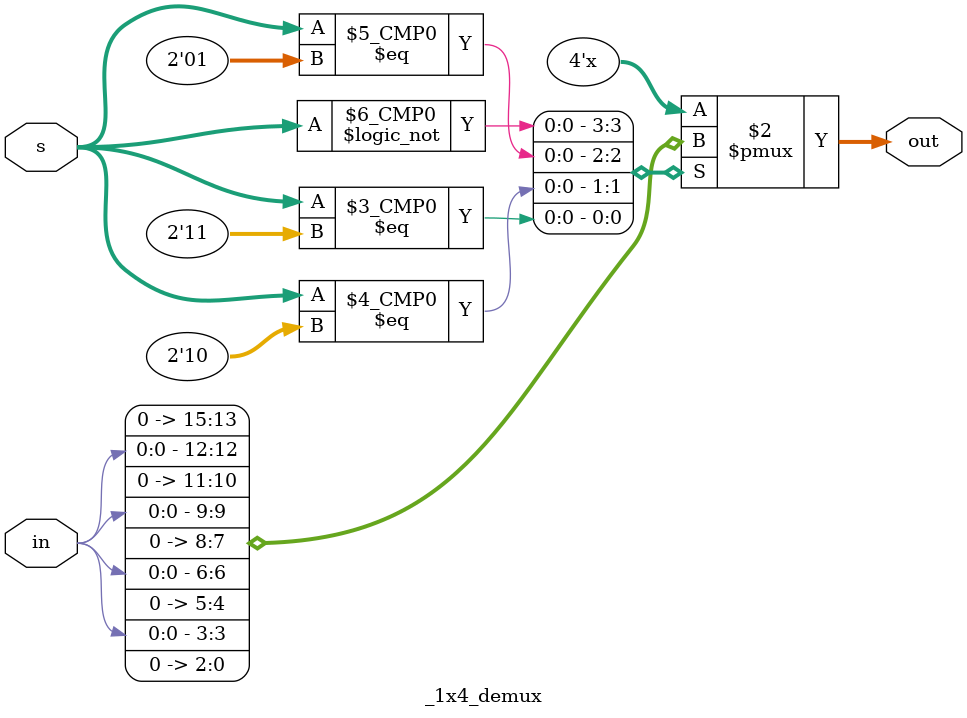
<source format=v>
module _1x4_demux(
    input in,
    input [1:0]s,
    output reg [3:0]out
);
always @(*) begin
    case(s)
        0:out={3'b0,in};
        1:out={2'b0,in,1'b0};
        2:out={1'b0,in,2'b0};
        3:out={in,3'b0};
    endcase
end
endmodule

</source>
